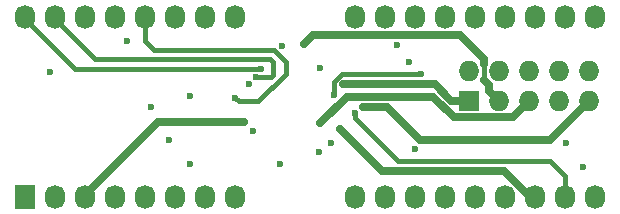
<source format=gbl>
G04 #@! TF.FileFunction,Copper,L4,Bot,Signal*
%FSLAX46Y46*%
G04 Gerber Fmt 4.6, Leading zero omitted, Abs format (unit mm)*
G04 Created by KiCad (PCBNEW (2015-08-16 BZR 6097, Git b384c94)-product) date 11/18/2015 5:03:30 PM*
%MOMM*%
G01*
G04 APERTURE LIST*
%ADD10C,0.100000*%
%ADD11R,1.727200X1.727200*%
%ADD12O,1.727200X1.727200*%
%ADD13O,1.727200X2.032000*%
%ADD14R,1.727200X2.032000*%
%ADD15C,0.600000*%
%ADD16C,0.635000*%
%ADD17C,0.381000*%
G04 APERTURE END LIST*
D10*
D11*
X149352000Y-87884000D03*
D12*
X149352000Y-85344000D03*
X151892000Y-87884000D03*
X151892000Y-85344000D03*
X154432000Y-87884000D03*
X154432000Y-85344000D03*
X156972000Y-87884000D03*
X156972000Y-85344000D03*
X159512000Y-87884000D03*
X159512000Y-85344000D03*
D13*
X139700000Y-80772000D03*
X111760000Y-80772000D03*
X114300000Y-80772000D03*
X116840000Y-80772000D03*
X119380000Y-80772000D03*
X121920000Y-80772000D03*
X124460000Y-80772000D03*
X127000000Y-80772000D03*
X129540000Y-80772000D03*
X144780000Y-80772000D03*
X147320000Y-80772000D03*
X149860000Y-80772000D03*
X152400000Y-80772000D03*
X154940000Y-80772000D03*
X157480000Y-80772000D03*
X160020000Y-80772000D03*
X142240000Y-80772000D03*
X139700000Y-96012000D03*
D14*
X111760000Y-96012000D03*
D13*
X114300000Y-96012000D03*
X116840000Y-96012000D03*
X119380000Y-96012000D03*
X121920000Y-96012000D03*
X124460000Y-96012000D03*
X127000000Y-96012000D03*
X129540000Y-96012000D03*
X144780000Y-96012000D03*
X147320000Y-96012000D03*
X149860000Y-96012000D03*
X152400000Y-96012000D03*
X154940000Y-96012000D03*
X157480000Y-96012000D03*
X160020000Y-96012000D03*
X142240000Y-96012000D03*
D15*
X120396000Y-82804000D03*
X157607000Y-91440000D03*
X125730000Y-93218000D03*
X137668000Y-91440000D03*
X133350000Y-93218000D03*
X130752306Y-86417694D03*
X159004000Y-93472000D03*
X136779000Y-85090000D03*
X143256000Y-83185000D03*
X125705604Y-87482453D03*
X123952000Y-91206549D03*
X122428000Y-88392000D03*
X136652000Y-92202000D03*
X131064000Y-90424000D03*
X133525509Y-83272967D03*
X144780000Y-91948000D03*
X144272000Y-84582000D03*
X113919000Y-85471000D03*
X138684000Y-86487000D03*
X135382000Y-83058000D03*
X136779000Y-89789000D03*
X140353081Y-88367295D03*
X130302000Y-89683552D03*
X138430000Y-90297000D03*
X139700000Y-88900000D03*
X145288000Y-85598000D03*
X137922000Y-87376000D03*
X131776423Y-85161480D03*
X131318000Y-85852000D03*
X129540000Y-87630000D03*
D16*
X149352000Y-87884000D02*
X147853400Y-87884000D01*
X146456400Y-86487000D02*
X138684000Y-86487000D01*
X147853400Y-87884000D02*
X146456400Y-86487000D01*
X136134490Y-82305510D02*
X135382000Y-83058000D01*
X150622000Y-84328000D02*
X148599510Y-82305510D01*
X148599510Y-82305510D02*
X136134490Y-82305510D01*
X150622000Y-84757930D02*
X150622000Y-84328000D01*
D17*
X150622000Y-86118030D02*
X150622000Y-84757930D01*
D16*
X151028401Y-86524431D02*
X150622000Y-86118030D01*
X151892000Y-87884000D02*
X151028401Y-87020401D01*
X151028401Y-87020401D02*
X151028401Y-86524431D01*
X136779000Y-89789000D02*
X139035714Y-87532286D01*
X139035714Y-87532286D02*
X146320804Y-87532286D01*
X146320804Y-87532286D02*
X148053619Y-89265101D01*
X148053619Y-89265101D02*
X153050899Y-89265101D01*
X153050899Y-89265101D02*
X153568401Y-88747599D01*
X153568401Y-88747599D02*
X154432000Y-87884000D01*
X142409197Y-88367295D02*
X140777345Y-88367295D01*
X140777345Y-88367295D02*
X140353081Y-88367295D01*
X156210000Y-91186000D02*
X145227902Y-91186000D01*
X159512000Y-87884000D02*
X156210000Y-91186000D01*
X145227902Y-91186000D02*
X142409197Y-88367295D01*
X116840000Y-96012000D02*
X116840000Y-95859600D01*
X116840000Y-95859600D02*
X123016048Y-89683552D01*
X123016048Y-89683552D02*
X130302000Y-89683552D01*
X152346584Y-93853000D02*
X141986000Y-93853000D01*
X141986000Y-93853000D02*
X138430000Y-90297000D01*
X154940000Y-96012000D02*
X154505584Y-96012000D01*
X154505584Y-96012000D02*
X152346584Y-93853000D01*
D17*
X156210000Y-92964000D02*
X157480000Y-94234000D01*
X157480000Y-94234000D02*
X157480000Y-96012000D01*
X143339736Y-92964000D02*
X156210000Y-92964000D01*
X139700000Y-88900000D02*
X139700000Y-89324264D01*
X139700000Y-89324264D02*
X143339736Y-92964000D01*
X137922000Y-87376000D02*
X137922000Y-86247723D01*
X137922000Y-86247723D02*
X138571723Y-85598000D01*
X138571723Y-85598000D02*
X145288000Y-85598000D01*
X115997080Y-85161480D02*
X131352159Y-85161480D01*
X111760000Y-80772000D02*
X111760000Y-80924400D01*
X111760000Y-80924400D02*
X115997080Y-85161480D01*
X131352159Y-85161480D02*
X131776423Y-85161480D01*
X117703600Y-84328000D02*
X114300000Y-80924400D01*
X131318000Y-85852000D02*
X132588000Y-85852000D01*
X132588000Y-85852000D02*
X132768991Y-85671009D01*
X132768991Y-85671009D02*
X132768991Y-84568663D01*
X132768991Y-84568663D02*
X132528328Y-84328000D01*
X132528328Y-84328000D02*
X117703600Y-84328000D01*
X114300000Y-80924400D02*
X114300000Y-80772000D01*
X129540000Y-87630000D02*
X129839999Y-87929999D01*
X129839999Y-87929999D02*
X131526001Y-87929999D01*
X131526001Y-87929999D02*
X133858000Y-85598000D01*
X133858000Y-85598000D02*
X133858000Y-84582000D01*
X133858000Y-84582000D02*
X132842000Y-83566000D01*
X132842000Y-83566000D02*
X122682000Y-83566000D01*
X121920000Y-82804000D02*
X121920000Y-80772000D01*
X122682000Y-83566000D02*
X121920000Y-82804000D01*
M02*

</source>
